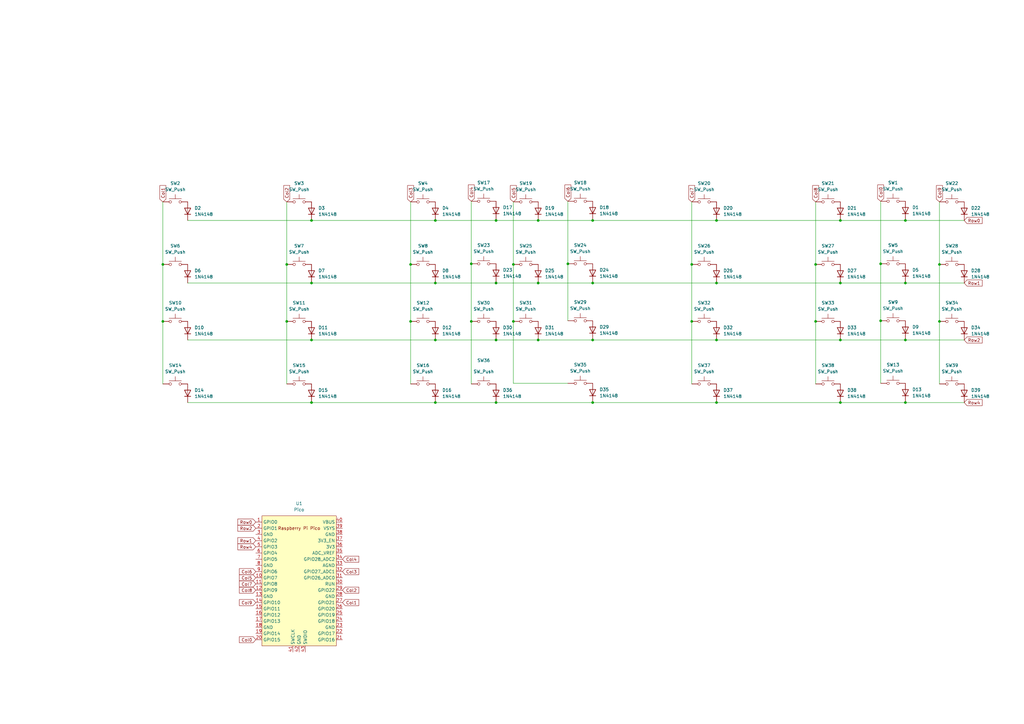
<source format=kicad_sch>
(kicad_sch (version 20211123) (generator eeschema)
  (paper "A3")
  (lib_symbols
    (symbol "Diode:1N4148" (pin_numbers hide) (pin_names hide)
      (property "Reference" "D" (at 0 2.54 0))
      (property "Value" "1N4148" (at 0 -2.54 0))
      (symbol "1N4148_0_1"
        (polyline (pts (xy -1.27 1.27) (xy -1.27 -1.27)) (stroke (width 0.254)))
        (polyline (pts (xy 1.27 0) (xy -1.27 0)))
        (polyline (pts (xy 1.27 1.27) (xy 1.27 -1.27) (xy -1.27 0) (xy 1.27 1.27)) (stroke (width 0.254)))
      )
      (symbol "1N4148_1_1"
        (pin passive line (at -3.81 0 0) (length 2.54) (name "K") (number "1"))
        (pin passive line (at 3.81 0 180) (length 2.54) (name "A") (number "2"))
      )
    )
    (symbol "Rpi:Pico"
      (property "Reference" "U" (at -13.97 27.94 0))
      (property "Value" "Pico" (at 0 19.05 0))
      (symbol "Pico_0_0"
        (text "Raspberry Pi Pico" (at 0 21.59 0) (effects (font (size 1.27 1.27))))
      )
      (symbol "Pico_0_1"
        (rectangle (start -15.24 26.67) (end 15.24 -26.67) (fill (type background)))
      )
      (symbol "Pico_1_1"
        (pin bidirectional line (at -17.78 24.13 0) (length 2.54) (name "GPIO0") (number "1"))
        (pin bidirectional line (at -17.78 1.27 0) (length 2.54) (name "GPIO7") (number "10"))
        (pin bidirectional line (at -17.78 -1.27 0) (length 2.54) (name "GPIO8") (number "11"))
        (pin bidirectional line (at -17.78 -3.81 0) (length 2.54) (name "GPIO9") (number "12"))
        (pin power_in line (at -17.78 -6.35 0) (length 2.54) (name "GND") (number "13"))
        (pin bidirectional line (at -17.78 -8.89 0) (length 2.54) (name "GPIO10") (number "14"))
        (pin bidirectional line (at -17.78 -11.43 0) (length 2.54) (name "GPIO11") (number "15"))
        (pin bidirectional line (at -17.78 -13.97 0) (length 2.54) (name "GPIO12") (number "16"))
        (pin bidirectional line (at -17.78 -16.51 0) (length 2.54) (name "GPIO13") (number "17"))
        (pin power_in line (at -17.78 -19.05 0) (length 2.54) (name "GND") (number "18"))
        (pin bidirectional line (at -17.78 -21.59 0) (length 2.54) (name "GPIO14") (number "19"))
        (pin bidirectional line (at -17.78 21.59 0) (length 2.54) (name "GPIO1") (number "2"))
        (pin bidirectional line (at -17.78 -24.13 0) (length 2.54) (name "GPIO15") (number "20"))
        (pin bidirectional line (at 17.78 -24.13 180) (length 2.54) (name "GPIO16") (number "21"))
        (pin bidirectional line (at 17.78 -21.59 180) (length 2.54) (name "GPIO17") (number "22"))
        (pin power_in line (at 17.78 -19.05 180) (length 2.54) (name "GND") (number "23"))
        (pin bidirectional line (at 17.78 -16.51 180) (length 2.54) (name "GPIO18") (number "24"))
        (pin bidirectional line (at 17.78 -13.97 180) (length 2.54) (name "GPIO19") (number "25"))
        (pin bidirectional line (at 17.78 -11.43 180) (length 2.54) (name "GPIO20") (number "26"))
        (pin bidirectional line (at 17.78 -8.89 180) (length 2.54) (name "GPIO21") (number "27"))
        (pin power_in line (at 17.78 -6.35 180) (length 2.54) (name "GND") (number "28"))
        (pin bidirectional line (at 17.78 -3.81 180) (length 2.54) (name "GPIO22") (number "29"))
        (pin power_in line (at -17.78 19.05 0) (length 2.54) (name "GND") (number "3"))
        (pin input line (at 17.78 -1.27 180) (length 2.54) (name "RUN") (number "30"))
        (pin bidirectional line (at 17.78 1.27 180) (length 2.54) (name "GPIO26_ADC0") (number "31"))
        (pin bidirectional line (at 17.78 3.81 180) (length 2.54) (name "GPIO27_ADC1") (number "32"))
        (pin power_in line (at 17.78 6.35 180) (length 2.54) (name "AGND") (number "33"))
        (pin bidirectional line (at 17.78 8.89 180) (length 2.54) (name "GPIO28_ADC2") (number "34"))
        (pin power_in line (at 17.78 11.43 180) (length 2.54) (name "ADC_VREF") (number "35"))
        (pin power_in line (at 17.78 13.97 180) (length 2.54) (name "3V3") (number "36"))
        (pin input line (at 17.78 16.51 180) (length 2.54) (name "3V3_EN") (number "37"))
        (pin bidirectional line (at 17.78 19.05 180) (length 2.54) (name "GND") (number "38"))
        (pin power_in line (at 17.78 21.59 180) (length 2.54) (name "VSYS") (number "39"))
        (pin bidirectional line (at -17.78 16.51 0) (length 2.54) (name "GPIO2") (number "4"))
        (pin power_in line (at 17.78 24.13 180) (length 2.54) (name "VBUS") (number "40"))
        (pin input line (at -2.54 -29.21 90) (length 2.54) (name "SWCLK") (number "41"))
        (pin power_in line (at 0 -29.21 90) (length 2.54) (name "GND") (number "42"))
        (pin bidirectional line (at 2.54 -29.21 90) (length 2.54) (name "SWDIO") (number "43"))
        (pin bidirectional line (at -17.78 13.97 0) (length 2.54) (name "GPIO3") (number "5"))
        (pin bidirectional line (at -17.78 11.43 0) (length 2.54) (name "GPIO4") (number "6"))
        (pin bidirectional line (at -17.78 8.89 0) (length 2.54) (name "GPIO5") (number "7"))
        (pin power_in line (at -17.78 6.35 0) (length 2.54) (name "GND") (number "8"))
        (pin bidirectional line (at -17.78 3.81 0) (length 2.54) (name "GPIO6") (number "9"))
      )
    )
    (symbol "Switch:SW_Push" (pin_numbers hide) (pin_names (offset 1.016) hide)
      (property "Reference" "SW" (at 1.27 2.54 0))
      (property "Value" "SW_Push" (at 0 -1.524 0))
      (symbol "SW_Push_0_1"
        (circle (center -2.032 0) (radius 0.508))
        (polyline (pts (xy 0 1.27) (xy 0 3.048)))
        (polyline (pts (xy 2.54 1.27) (xy -2.54 1.27)))
        (circle (center 2.032 0) (radius 0.508))
        (pin passive line (at -5.08 0 0) (length 2.54) (name "1") (number "1"))
        (pin passive line (at 5.08 0 180) (length 2.54) (name "2") (number "2"))
      )
    )
  )
  (junction (at 210.566 131.826))
  (junction (at 168.402 108.458))
  (junction (at 334.518 108.458))
  (junction (at 127.762 90.424))
  (junction (at 203.454 165.1))
  (junction (at 117.602 131.826))
  (junction (at 243.078 165.1))
  (junction (at 293.878 139.446))
  (junction (at 293.878 116.078))
  (junction (at 168.402 131.826))
  (junction (at 193.294 108.204))
  (junction (at 371.348 165.1))
  (junction (at 66.802 108.458))
  (junction (at 117.602 108.458))
  (junction (at 385.318 108.458))
  (junction (at 127.762 116.078))
  (junction (at 371.348 116.078))
  (junction (at 203.454 90.424))
  (junction (at 127.762 139.446))
  (junction (at 243.078 90.424))
  (junction (at 66.802 131.826))
  (junction (at 293.878 165.1))
  (junction (at 371.348 139.446))
  (junction (at 220.726 139.446))
  (junction (at 293.878 90.424))
  (junction (at 361.188 131.572))
  (junction (at 127.762 165.1))
  (junction (at 210.566 108.458))
  (junction (at 232.918 108.204))
  (junction (at 371.348 90.424))
  (junction (at 243.078 116.078))
  (junction (at 203.454 116.078))
  (junction (at 178.562 90.424))
  (junction (at 178.562 116.078))
  (junction (at 220.726 90.424))
  (junction (at 385.318 131.826))
  (junction (at 344.678 139.446))
  (junction (at 344.678 165.1))
  (junction (at 283.718 108.458))
  (junction (at 178.562 165.1))
  (junction (at 178.562 139.446))
  (junction (at 193.294 131.826))
  (junction (at 203.454 139.446))
  (junction (at 334.518 131.826))
  (junction (at 283.718 131.826))
  (junction (at 344.678 116.078))
  (junction (at 243.078 139.446))
  (junction (at 361.188 108.204))
  (junction (at 220.726 116.078))
  (junction (at 344.678 90.424))
  (wire (pts (xy 283.718 108.458) (xy 283.718 131.826)))
  (wire (pts (xy 385.318 82.804) (xy 385.318 108.458)))
  (wire (pts (xy 293.878 116.078) (xy 344.678 116.078)))
  (wire (pts (xy 117.602 108.458) (xy 117.602 131.826)))
  (wire (pts (xy 127.762 165.1) (xy 178.562 165.1)))
  (wire (pts (xy 178.562 116.078) (xy 203.454 116.078)))
  (wire (pts (xy 344.678 165.1) (xy 371.348 165.1)))
  (wire (pts (xy 117.602 131.826) (xy 117.602 157.48)))
  (wire (pts (xy 293.878 165.1) (xy 344.678 165.1)))
  (wire (pts (xy 243.078 116.078) (xy 293.878 116.078)))
  (wire (pts (xy 361.188 82.55) (xy 361.188 108.204)))
  (wire (pts (xy 168.402 131.826) (xy 168.402 157.48)))
  (wire (pts (xy 232.918 108.204) (xy 232.918 131.572)))
  (wire (pts (xy 203.454 90.17) (xy 203.454 90.424)))
  (wire (pts (xy 371.348 90.17) (xy 371.348 90.424)))
  (wire (pts (xy 76.962 165.1) (xy 127.762 165.1)))
  (wire (pts (xy 193.294 131.826) (xy 193.294 157.48)))
  (wire (pts (xy 66.802 108.458) (xy 66.802 131.826)))
  (wire (pts (xy 178.562 90.424) (xy 203.454 90.424)))
  (wire (pts (xy 371.348 165.1) (xy 395.478 165.1)))
  (wire (pts (xy 220.726 116.078) (xy 243.078 116.078)))
  (wire (pts (xy 243.078 165.1) (xy 293.878 165.1)))
  (wire (pts (xy 344.678 116.078) (xy 371.348 116.078)))
  (wire (pts (xy 127.762 90.424) (xy 178.562 90.424)))
  (wire (pts (xy 168.402 82.804) (xy 168.402 108.458)))
  (wire (pts (xy 293.878 90.424) (xy 344.678 90.424)))
  (wire (pts (xy 178.562 165.1) (xy 203.454 165.1)))
  (wire (pts (xy 127.762 139.446) (xy 178.562 139.446)))
  (wire (pts (xy 127.762 116.078) (xy 178.562 116.078)))
  (wire (pts (xy 344.678 139.446) (xy 371.348 139.446)))
  (wire (pts (xy 361.188 108.204) (xy 361.188 131.572)))
  (wire (pts (xy 371.348 164.846) (xy 371.348 165.1)))
  (wire (pts (xy 334.518 108.458) (xy 334.518 131.826)))
  (wire (pts (xy 371.348 139.446) (xy 395.478 139.446)))
  (wire (pts (xy 371.348 116.078) (xy 395.478 116.078)))
  (wire (pts (xy 334.518 131.826) (xy 334.518 157.48)))
  (wire (pts (xy 385.318 108.458) (xy 385.318 131.826)))
  (wire (pts (xy 283.718 82.804) (xy 283.718 108.458)))
  (wire (pts (xy 117.602 82.804) (xy 117.602 108.458)))
  (wire (pts (xy 76.962 90.424) (xy 127.762 90.424)))
  (wire (pts (xy 210.566 157.226) (xy 210.566 131.826)))
  (wire (pts (xy 232.918 157.226) (xy 210.566 157.226)))
  (wire (pts (xy 243.078 139.192) (xy 243.078 139.446)))
  (wire (pts (xy 203.454 139.446) (xy 220.726 139.446)))
  (wire (pts (xy 220.726 90.424) (xy 243.078 90.424)))
  (wire (pts (xy 243.078 90.424) (xy 293.878 90.424)))
  (wire (pts (xy 243.078 164.846) (xy 243.078 165.1)))
  (wire (pts (xy 193.294 82.55) (xy 193.294 108.204)))
  (wire (pts (xy 371.348 90.424) (xy 395.478 90.424)))
  (wire (pts (xy 371.348 115.824) (xy 371.348 116.078)))
  (wire (pts (xy 203.454 116.078) (xy 220.726 116.078)))
  (wire (pts (xy 193.294 108.204) (xy 193.294 131.826)))
  (wire (pts (xy 334.518 82.804) (xy 334.518 108.458)))
  (wire (pts (xy 66.802 82.804) (xy 66.802 108.458)))
  (wire (pts (xy 210.566 108.458) (xy 210.566 131.826)))
  (wire (pts (xy 293.878 139.446) (xy 344.678 139.446)))
  (wire (pts (xy 283.718 131.826) (xy 283.718 157.48)))
  (wire (pts (xy 371.348 139.192) (xy 371.348 139.446)))
  (wire (pts (xy 168.402 108.458) (xy 168.402 131.826)))
  (wire (pts (xy 232.918 82.55) (xy 232.918 108.204)))
  (wire (pts (xy 203.454 90.424) (xy 220.726 90.424)))
  (wire (pts (xy 66.802 131.826) (xy 66.802 157.48)))
  (wire (pts (xy 76.962 139.446) (xy 127.762 139.446)))
  (wire (pts (xy 344.678 90.424) (xy 371.348 90.424)))
  (wire (pts (xy 210.566 82.804) (xy 210.566 108.458)))
  (wire (pts (xy 243.078 139.446) (xy 293.878 139.446)))
  (wire (pts (xy 76.962 116.078) (xy 127.762 116.078)))
  (wire (pts (xy 243.078 90.17) (xy 243.078 90.424)))
  (wire (pts (xy 243.078 115.824) (xy 243.078 116.078)))
  (wire (pts (xy 203.454 115.824) (xy 203.454 116.078)))
  (wire (pts (xy 203.454 165.1) (xy 243.078 165.1)))
  (wire (pts (xy 385.318 131.826) (xy 385.318 157.48)))
  (wire (pts (xy 178.562 139.446) (xy 203.454 139.446)))
  (wire (pts (xy 361.188 131.572) (xy 361.188 157.226)))
  (wire (pts (xy 220.726 139.446) (xy 243.078 139.446)))
  (global_label "Col6" (shape input) (at 232.918 82.55 90) (property "Intersheet References" "${INTERSHEET_REFS}" (effects hide)))
  (global_label "Col5" (shape input) (at 104.902 236.982 180) (property "Intersheet References" "${INTERSHEET_REFS}" (effects hide)))
  (global_label "Row1" (shape input) (at 104.902 221.742 180) (property "Intersheet References" "${INTERSHEET_REFS}" (effects hide)))
  (global_label "Row2" (shape input) (at 104.902 216.662 180) (property "Intersheet References" "${INTERSHEET_REFS}" (effects hide)))
  (global_label "Col0" (shape input) (at 104.902 262.382 180) (property "Intersheet References" "${INTERSHEET_REFS}" (effects hide)))
  (global_label "Col7" (shape input) (at 104.902 239.522 180) (property "Intersheet References" "${INTERSHEET_REFS}" (effects hide)))
  (global_label "Col8" (shape input) (at 334.518 82.804 90) (property "Intersheet References" "${INTERSHEET_REFS}" (effects hide)))
  (global_label "Col2" (shape input) (at 140.462 242.062 0) (property "Intersheet References" "${INTERSHEET_REFS}" (effects hide)))
  (global_label "Row4" (shape input) (at 104.902 224.282 180) (property "Intersheet References" "${INTERSHEET_REFS}" (effects hide)))
  (global_label "Col6" (shape input) (at 104.902 234.442 180) (property "Intersheet References" "${INTERSHEET_REFS}" (effects hide)))
  (global_label "Row2" (shape input) (at 395.478 139.446 0) (property "Intersheet References" "${INTERSHEET_REFS}" (effects hide)))
  (global_label "Row0" (shape input) (at 104.902 214.122 180) (property "Intersheet References" "${INTERSHEET_REFS}" (effects hide)))
  (global_label "Col1" (shape input) (at 140.462 247.142 0) (property "Intersheet References" "${INTERSHEET_REFS}" (effects hide)))
  (global_label "Col3" (shape input) (at 140.462 234.442 0) (property "Intersheet References" "${INTERSHEET_REFS}" (effects hide)))
  (global_label "Col3" (shape input) (at 168.402 82.804 90) (property "Intersheet References" "${INTERSHEET_REFS}" (effects hide)))
  (global_label "Row1" (shape input) (at 395.478 116.078 0) (property "Intersheet References" "${INTERSHEET_REFS}" (effects hide)))
  (global_label "Row4" (shape input) (at 395.478 165.1 0) (property "Intersheet References" "${INTERSHEET_REFS}" (effects hide)))
  (global_label "Col7" (shape input) (at 283.718 82.804 90) (property "Intersheet References" "${INTERSHEET_REFS}" (effects hide)))
  (global_label "Col9" (shape input) (at 385.318 82.804 90) (property "Intersheet References" "${INTERSHEET_REFS}" (effects hide)))
  (global_label "Col1" (shape input) (at 66.802 82.804 90) (property "Intersheet References" "${INTERSHEET_REFS}" (effects hide)))
  (global_label "Row0" (shape input) (at 395.478 90.424 0) (property "Intersheet References" "${INTERSHEET_REFS}" (effects hide)))
  (global_label "Col2" (shape input) (at 117.602 82.804 90) (property "Intersheet References" "${INTERSHEET_REFS}" (effects hide)))
  (global_label "Col4" (shape input) (at 193.294 82.55 90) (property "Intersheet References" "${INTERSHEET_REFS}" (effects hide)))
  (global_label "Col4" (shape input) (at 140.462 229.362 0) (property "Intersheet References" "${INTERSHEET_REFS}" (effects hide)))
  (global_label "Col5" (shape input) (at 210.566 82.804 90) (property "Intersheet References" "${INTERSHEET_REFS}" (effects hide)))
  (global_label "Col0" (shape input) (at 361.188 82.55 90) (property "Intersheet References" "${INTERSHEET_REFS}" (effects hide)))
  (global_label "Col8" (shape input) (at 104.902 242.062 180) (property "Intersheet References" "${INTERSHEET_REFS}" (effects hide)))
  (global_label "Col9" (shape input) (at 104.902 247.142 180) (property "Intersheet References" "${INTERSHEET_REFS}" (effects hide)))
  (symbol (lib_id "Switch:SW_Push") (at 198.374 108.204 0) (unit 1)
    (property "Reference" "SW23" (at 198.374 100.584 0))
    (property "Value" "SW_Push" (at 198.374 103.124 0))
    (property "Footprint" "switchy:SW_Cherry_MX_1.00u_PCB" (effects hide))
  )
  (symbol (lib_id "Switch:SW_Push") (at 339.598 82.804 0) (unit 1)
    (property "Reference" "SW21" (at 339.598 75.184 0))
    (property "Value" "SW_Push" (at 339.598 77.724 0))
    (property "Footprint" "switchy:SW_Cherry_MX_1.00u_PCB" (effects hide))
  )
  (symbol (lib_id "Diode:1N4148") (at 371.348 86.36 90) (unit 1)
    (property "Reference" "D1" (at 374.142 85.0899 90) (effects (justify right)))
    (property "Value" "1N4148" (at 374.142 87.6299 90) (effects (justify right)))
    (property "Footprint" "eec:Diotec_Semiconductor-1N4148-0" (effects hide))
    (property "Datasheet" "https://assets.nexperia.com/documents/data-sheet/1N4148_1N4448.pdf" (effects hide))
  )
  (symbol (lib_id "Diode:1N4148") (at 178.562 112.268 90) (unit 1)
    (property "Reference" "D8" (at 181.356 110.9979 90) (effects (justify right)))
    (property "Value" "1N4148" (at 181.356 113.5379 90) (effects (justify right)))
    (property "Footprint" "eec:Diotec_Semiconductor-1N4148-0" (effects hide))
    (property "Datasheet" "https://assets.nexperia.com/documents/data-sheet/1N4148_1N4448.pdf" (effects hide))
  )
  (symbol (lib_id "Rpi:Pico") (at 122.682 238.252 0) (unit 1)
    (property "Reference" "U1" (at 122.682 206.502 0))
    (property "Value" "Pico" (at 122.682 209.042 0))
    (property "Footprint" "MCU_RaspberryPi_and_Boards:RPi_Pico_SMD_TH" (effects hide))
  )
  (symbol (lib_id "Diode:1N4148") (at 203.454 112.014 90) (unit 1)
    (property "Reference" "D23" (at 206.248 110.7439 90) (effects (justify right)))
    (property "Value" "1N4148" (at 206.248 113.2839 90) (effects (justify right)))
    (property "Footprint" "eec:Diotec_Semiconductor-1N4148-0" (effects hide))
    (property "Datasheet" "https://assets.nexperia.com/documents/data-sheet/1N4148_1N4448.pdf" (effects hide))
  )
  (symbol (lib_id "Switch:SW_Push") (at 366.268 82.55 0) (unit 1)
    (property "Reference" "SW1" (at 366.268 74.93 0))
    (property "Value" "SW_Push" (at 366.268 77.47 0))
    (property "Footprint" "switchy:SW_Cherry_MX_1.00u_PCB" (effects hide))
  )
  (symbol (lib_id "Diode:1N4148") (at 344.678 161.29 90) (unit 1)
    (property "Reference" "D38" (at 347.472 160.0199 90) (effects (justify right)))
    (property "Value" "1N4148" (at 347.472 162.5599 90) (effects (justify right)))
    (property "Footprint" "eec:Diotec_Semiconductor-1N4148-0" (effects hide))
    (property "Datasheet" "https://assets.nexperia.com/documents/data-sheet/1N4148_1N4448.pdf" (effects hide))
  )
  (symbol (lib_id "Switch:SW_Push") (at 215.646 82.804 0) (unit 1)
    (property "Reference" "SW19" (at 215.646 75.184 0))
    (property "Value" "SW_Push" (at 215.646 77.724 0))
    (property "Footprint" "switchy:SW_Cherry_MX_1.00u_PCB" (effects hide))
  )
  (symbol (lib_id "Switch:SW_Push") (at 71.882 82.804 0) (unit 1)
    (property "Reference" "SW2" (at 71.882 75.184 0))
    (property "Value" "SW_Push" (at 71.882 77.724 0))
    (property "Footprint" "switchy:SW_Cherry_MX_1.00u_PCB" (effects hide))
  )
  (symbol (lib_id "Switch:SW_Push") (at 237.998 131.572 0) (unit 1)
    (property "Reference" "SW29" (at 237.998 123.952 0))
    (property "Value" "SW_Push" (at 237.998 126.492 0))
    (property "Footprint" "switchy:SW_Cherry_MX_1.00u_PCB" (effects hide))
  )
  (symbol (lib_id "Diode:1N4148") (at 76.962 135.636 90) (unit 1)
    (property "Reference" "D10" (at 79.756 134.3659 90) (effects (justify right)))
    (property "Value" "1N4148" (at 79.756 136.9059 90) (effects (justify right)))
    (property "Footprint" "eec:Diotec_Semiconductor-1N4148-0" (effects hide))
    (property "Datasheet" "https://assets.nexperia.com/documents/data-sheet/1N4148_1N4448.pdf" (effects hide))
  )
  (symbol (lib_id "Switch:SW_Push") (at 237.998 82.55 0) (unit 1)
    (property "Reference" "SW18" (at 237.998 74.93 0))
    (property "Value" "SW_Push" (at 237.998 77.47 0))
    (property "Footprint" "switchy:SW_Cherry_MX_1.00u_PCB" (effects hide))
  )
  (symbol (lib_id "Diode:1N4148") (at 127.762 86.614 90) (unit 1)
    (property "Reference" "D3" (at 130.556 85.3439 90) (effects (justify right)))
    (property "Value" "1N4148" (at 130.556 87.8839 90) (effects (justify right)))
    (property "Footprint" "eec:Diotec_Semiconductor-1N4148-0" (effects hide))
    (property "Datasheet" "https://assets.nexperia.com/documents/data-sheet/1N4148_1N4448.pdf" (effects hide))
  )
  (symbol (lib_id "Diode:1N4148") (at 395.478 86.614 90) (unit 1)
    (property "Reference" "D22" (at 398.272 85.3439 90) (effects (justify right)))
    (property "Value" "1N4148" (at 398.272 87.8839 90) (effects (justify right)))
    (property "Footprint" "eec:Diotec_Semiconductor-1N4148-0" (effects hide))
    (property "Datasheet" "https://assets.nexperia.com/documents/data-sheet/1N4148_1N4448.pdf" (effects hide))
  )
  (symbol (lib_id "Diode:1N4148") (at 178.562 161.29 90) (unit 1)
    (property "Reference" "D16" (at 181.356 160.0199 90) (effects (justify right)))
    (property "Value" "1N4148" (at 181.356 162.5599 90) (effects (justify right)))
    (property "Footprint" "eec:Diotec_Semiconductor-1N4148-0" (effects hide))
    (property "Datasheet" "https://assets.nexperia.com/documents/data-sheet/1N4148_1N4448.pdf" (effects hide))
  )
  (symbol (lib_id "Diode:1N4148") (at 203.454 86.36 90) (unit 1)
    (property "Reference" "D17" (at 206.248 85.0899 90) (effects (justify right)))
    (property "Value" "1N4148" (at 206.248 87.6299 90) (effects (justify right)))
    (property "Footprint" "eec:Diotec_Semiconductor-1N4148-0" (effects hide))
    (property "Datasheet" "https://assets.nexperia.com/documents/data-sheet/1N4148_1N4448.pdf" (effects hide))
  )
  (symbol (lib_id "Diode:1N4148") (at 127.762 161.29 90) (unit 1)
    (property "Reference" "D15" (at 130.556 160.0199 90) (effects (justify right)))
    (property "Value" "1N4148" (at 130.556 162.5599 90) (effects (justify right)))
    (property "Footprint" "eec:Diotec_Semiconductor-1N4148-0" (effects hide))
    (property "Datasheet" "https://assets.nexperia.com/documents/data-sheet/1N4148_1N4448.pdf" (effects hide))
  )
  (symbol (lib_id "Diode:1N4148") (at 293.878 86.614 90) (unit 1)
    (property "Reference" "D20" (at 296.672 85.3439 90) (effects (justify right)))
    (property "Value" "1N4148" (at 296.672 87.8839 90) (effects (justify right)))
    (property "Footprint" "eec:Diotec_Semiconductor-1N4148-0" (effects hide))
    (property "Datasheet" "https://assets.nexperia.com/documents/data-sheet/1N4148_1N4448.pdf" (effects hide))
  )
  (symbol (lib_id "Diode:1N4148") (at 344.678 86.614 90) (unit 1)
    (property "Reference" "D21" (at 347.472 85.3439 90) (effects (justify right)))
    (property "Value" "1N4148" (at 347.472 87.8839 90) (effects (justify right)))
    (property "Footprint" "eec:Diotec_Semiconductor-1N4148-0" (effects hide))
    (property "Datasheet" "https://assets.nexperia.com/documents/data-sheet/1N4148_1N4448.pdf" (effects hide))
  )
  (symbol (lib_id "Switch:SW_Push") (at 390.398 108.458 0) (unit 1)
    (property "Reference" "SW28" (at 390.398 100.838 0))
    (property "Value" "SW_Push" (at 390.398 103.378 0))
    (property "Footprint" "switchy:SW_Cherry_MX_1.00u_PCB" (effects hide))
  )
  (symbol (lib_id "Diode:1N4148") (at 243.078 135.382 90) (unit 1)
    (property "Reference" "D29" (at 245.872 134.1119 90) (effects (justify right)))
    (property "Value" "1N4148" (at 245.872 136.6519 90) (effects (justify right)))
    (property "Footprint" "eec:Diotec_Semiconductor-1N4148-0" (effects hide))
    (property "Datasheet" "https://assets.nexperia.com/documents/data-sheet/1N4148_1N4448.pdf" (effects hide))
  )
  (symbol (lib_id "Diode:1N4148") (at 293.878 135.636 90) (unit 1)
    (property "Reference" "D32" (at 296.672 134.3659 90) (effects (justify right)))
    (property "Value" "1N4148" (at 296.672 136.9059 90) (effects (justify right)))
    (property "Footprint" "eec:Diotec_Semiconductor-1N4148-0" (effects hide))
    (property "Datasheet" "https://assets.nexperia.com/documents/data-sheet/1N4148_1N4448.pdf" (effects hide))
  )
  (symbol (lib_id "Switch:SW_Push") (at 237.998 108.204 0) (unit 1)
    (property "Reference" "SW24" (at 237.998 100.584 0))
    (property "Value" "SW_Push" (at 237.998 103.124 0))
    (property "Footprint" "switchy:SW_Cherry_MX_1.00u_PCB" (effects hide))
  )
  (symbol (lib_id "Switch:SW_Push") (at 173.482 131.826 0) (unit 1)
    (property "Reference" "SW12" (at 173.482 124.206 0))
    (property "Value" "SW_Push" (at 173.482 126.746 0))
    (property "Footprint" "switchy:SW_Cherry_MX_1.00u_PCB" (effects hide))
  )
  (symbol (lib_id "Switch:SW_Push") (at 390.398 157.48 0) (unit 1)
    (property "Reference" "SW39" (at 390.398 149.86 0))
    (property "Value" "SW_Push" (at 390.398 152.4 0))
    (property "Footprint" "switchy:SW_Cherry_MX_1.00u_PCB" (effects hide))
  )
  (symbol (lib_id "Switch:SW_Push") (at 173.482 157.48 0) (unit 1)
    (property "Reference" "SW16" (at 173.482 149.86 0))
    (property "Value" "SW_Push" (at 173.482 152.4 0))
    (property "Footprint" "switchy:SW_Cherry_MX_1.00u_PCB" (effects hide))
  )
  (symbol (lib_id "Diode:1N4148") (at 293.878 112.268 90) (unit 1)
    (property "Reference" "D26" (at 296.672 110.9979 90) (effects (justify right)))
    (property "Value" "1N4148" (at 296.672 113.5379 90) (effects (justify right)))
    (property "Footprint" "eec:Diotec_Semiconductor-1N4148-0" (effects hide))
    (property "Datasheet" "https://assets.nexperia.com/documents/data-sheet/1N4148_1N4448.pdf" (effects hide))
  )
  (symbol (lib_id "Diode:1N4148") (at 76.962 86.614 90) (unit 1)
    (property "Reference" "D2" (at 79.756 85.3439 90) (effects (justify right)))
    (property "Value" "1N4148" (at 79.756 87.8839 90) (effects (justify right)))
    (property "Footprint" "eec:Diotec_Semiconductor-1N4148-0" (effects hide))
    (property "Datasheet" "https://assets.nexperia.com/documents/data-sheet/1N4148_1N4448.pdf" (effects hide))
  )
  (symbol (lib_id "Switch:SW_Push") (at 71.882 157.48 0) (unit 1)
    (property "Reference" "SW14" (at 71.882 149.86 0))
    (property "Value" "SW_Push" (at 71.882 152.4 0))
    (property "Footprint" "switchy:SW_Cherry_MX_1.00u_PCB" (effects hide))
  )
  (symbol (lib_id "Diode:1N4148") (at 203.454 135.636 90) (unit 1)
    (property "Reference" "D30" (at 206.248 134.3659 90) (effects (justify right)))
    (property "Value" "1N4148" (at 206.248 136.9059 90) (effects (justify right)))
    (property "Footprint" "eec:Diotec_Semiconductor-1N4148-0" (effects hide))
    (property "Datasheet" "https://assets.nexperia.com/documents/data-sheet/1N4148_1N4448.pdf" (effects hide))
  )
  (symbol (lib_id "Diode:1N4148") (at 178.562 86.614 90) (unit 1)
    (property "Reference" "D4" (at 181.356 85.3439 90) (effects (justify right)))
    (property "Value" "1N4148" (at 181.356 87.8839 90) (effects (justify right)))
    (property "Footprint" "eec:Diotec_Semiconductor-1N4148-0" (effects hide))
    (property "Datasheet" "https://assets.nexperia.com/documents/data-sheet/1N4148_1N4448.pdf" (effects hide))
  )
  (symbol (lib_id "Switch:SW_Push") (at 288.798 131.826 0) (unit 1)
    (property "Reference" "SW32" (at 288.798 124.206 0))
    (property "Value" "SW_Push" (at 288.798 126.746 0))
    (property "Footprint" "switchy:SW_Cherry_MX_1.00u_PCB" (effects hide))
  )
  (symbol (lib_id "Switch:SW_Push") (at 198.374 131.826 0) (unit 1)
    (property "Reference" "SW30" (at 198.374 124.206 0))
    (property "Value" "SW_Push" (at 198.374 126.746 0))
    (property "Footprint" "switchy:SW_Cherry_MX_1.00u_PCB" (effects hide))
  )
  (symbol (lib_id "Switch:SW_Push") (at 339.598 157.48 0) (unit 1)
    (property "Reference" "SW38" (at 339.598 149.86 0))
    (property "Value" "SW_Push" (at 339.598 152.4 0))
    (property "Footprint" "switchy:SW_Cherry_MX_1.00u_PCB" (effects hide))
  )
  (symbol (lib_id "Diode:1N4148") (at 371.348 112.014 90) (unit 1)
    (property "Reference" "D5" (at 374.142 110.7439 90) (effects (justify right)))
    (property "Value" "1N4148" (at 374.142 113.2839 90) (effects (justify right)))
    (property "Footprint" "eec:Diotec_Semiconductor-1N4148-0" (effects hide))
    (property "Datasheet" "https://assets.nexperia.com/documents/data-sheet/1N4148_1N4448.pdf" (effects hide))
  )
  (symbol (lib_id "Switch:SW_Push") (at 288.798 82.804 0) (unit 1)
    (property "Reference" "SW20" (at 288.798 75.184 0))
    (property "Value" "SW_Push" (at 288.798 77.724 0))
    (property "Footprint" "switchy:SW_Cherry_MX_1.00u_PCB" (effects hide))
  )
  (symbol (lib_id "Diode:1N4148") (at 395.478 135.636 90) (unit 1)
    (property "Reference" "D34" (at 398.272 134.3659 90) (effects (justify right)))
    (property "Value" "1N4148" (at 398.272 136.9059 90) (effects (justify right)))
    (property "Footprint" "eec:Diotec_Semiconductor-1N4148-0" (effects hide))
    (property "Datasheet" "https://assets.nexperia.com/documents/data-sheet/1N4148_1N4448.pdf" (effects hide))
  )
  (symbol (lib_id "Switch:SW_Push") (at 198.374 82.55 0) (unit 1)
    (property "Reference" "SW17" (at 198.374 74.93 0))
    (property "Value" "SW_Push" (at 198.374 77.47 0))
    (property "Footprint" "switchy:SW_Cherry_MX_1.00u_PCB" (effects hide))
  )
  (symbol (lib_id "Diode:1N4148") (at 293.878 161.29 90) (unit 1)
    (property "Reference" "D37" (at 296.672 160.0199 90) (effects (justify right)))
    (property "Value" "1N4148" (at 296.672 162.5599 90) (effects (justify right)))
    (property "Footprint" "eec:Diotec_Semiconductor-1N4148-0" (effects hide))
    (property "Datasheet" "https://assets.nexperia.com/documents/data-sheet/1N4148_1N4448.pdf" (effects hide))
  )
  (symbol (lib_id "Diode:1N4148") (at 344.678 135.636 90) (unit 1)
    (property "Reference" "D33" (at 347.472 134.3659 90) (effects (justify right)))
    (property "Value" "1N4148" (at 347.472 136.9059 90) (effects (justify right)))
    (property "Footprint" "eec:Diotec_Semiconductor-1N4148-0" (effects hide))
    (property "Datasheet" "https://assets.nexperia.com/documents/data-sheet/1N4148_1N4448.pdf" (effects hide))
  )
  (symbol (lib_id "Diode:1N4148") (at 178.562 135.636 90) (unit 1)
    (property "Reference" "D12" (at 181.356 134.3659 90) (effects (justify right)))
    (property "Value" "1N4148" (at 181.356 136.9059 90) (effects (justify right)))
    (property "Footprint" "eec:Diotec_Semiconductor-1N4148-0" (effects hide))
    (property "Datasheet" "https://assets.nexperia.com/documents/data-sheet/1N4148_1N4448.pdf" (effects hide))
  )
  (symbol (lib_id "Switch:SW_Push") (at 366.268 108.204 0) (unit 1)
    (property "Reference" "SW5" (at 366.268 100.584 0))
    (property "Value" "SW_Push" (at 366.268 103.124 0))
    (property "Footprint" "switchy:SW_Cherry_MX_1.00u_PCB" (effects hide))
  )
  (symbol (lib_id "Switch:SW_Push") (at 237.998 157.226 0) (unit 1)
    (property "Reference" "SW35" (at 237.998 149.606 0))
    (property "Value" "SW_Push" (at 237.998 152.146 0))
    (property "Footprint" "switchy:SW_Cherry_MX_2.00u_Plate" (effects hide))
  )
  (symbol (lib_id "Diode:1N4148") (at 220.726 112.268 90) (unit 1)
    (property "Reference" "D25" (at 223.52 110.9979 90) (effects (justify right)))
    (property "Value" "1N4148" (at 223.52 113.5379 90) (effects (justify right)))
    (property "Footprint" "eec:Diotec_Semiconductor-1N4148-0" (effects hide))
    (property "Datasheet" "https://assets.nexperia.com/documents/data-sheet/1N4148_1N4448.pdf" (effects hide))
  )
  (symbol (lib_id "Switch:SW_Push") (at 122.682 157.48 0) (unit 1)
    (property "Reference" "SW15" (at 122.682 149.86 0))
    (property "Value" "SW_Push" (at 122.682 152.4 0))
    (property "Footprint" "switchy:SW_Cherry_MX_1.00u_PCB" (effects hide))
  )
  (symbol (lib_id "Diode:1N4148") (at 395.478 161.29 90) (unit 1)
    (property "Reference" "D39" (at 398.272 160.0199 90) (effects (justify right)))
    (property "Value" "1N4148" (at 398.272 162.5599 90) (effects (justify right)))
    (property "Footprint" "eec:Diotec_Semiconductor-1N4148-0" (effects hide))
    (property "Datasheet" "https://assets.nexperia.com/documents/data-sheet/1N4148_1N4448.pdf" (effects hide))
  )
  (symbol (lib_id "Diode:1N4148") (at 371.348 161.036 90) (unit 1)
    (property "Reference" "D13" (at 374.142 159.7659 90) (effects (justify right)))
    (property "Value" "1N4148" (at 374.142 162.3059 90) (effects (justify right)))
    (property "Footprint" "eec:Diotec_Semiconductor-1N4148-0" (effects hide))
    (property "Datasheet" "https://assets.nexperia.com/documents/data-sheet/1N4148_1N4448.pdf" (effects hide))
  )
  (symbol (lib_id "Switch:SW_Push") (at 339.598 108.458 0) (unit 1)
    (property "Reference" "SW27" (at 339.598 100.838 0))
    (property "Value" "SW_Push" (at 339.598 103.378 0))
    (property "Footprint" "switchy:SW_Cherry_MX_1.00u_PCB" (effects hide))
  )
  (symbol (lib_id "Diode:1N4148") (at 243.078 86.36 90) (unit 1)
    (property "Reference" "D18" (at 245.872 85.0899 90) (effects (justify right)))
    (property "Value" "1N4148" (at 245.872 87.6299 90) (effects (justify right)))
    (property "Footprint" "eec:Diotec_Semiconductor-1N4148-0" (effects hide))
    (property "Datasheet" "https://assets.nexperia.com/documents/data-sheet/1N4148_1N4448.pdf" (effects hide))
  )
  (symbol (lib_id "Diode:1N4148") (at 243.078 112.014 90) (unit 1)
    (property "Reference" "D24" (at 245.872 110.7439 90) (effects (justify right)))
    (property "Value" "1N4148" (at 245.872 113.2839 90) (effects (justify right)))
    (property "Footprint" "eec:Diotec_Semiconductor-1N4148-0" (effects hide))
    (property "Datasheet" "https://assets.nexperia.com/documents/data-sheet/1N4148_1N4448.pdf" (effects hide))
  )
  (symbol (lib_id "Switch:SW_Push") (at 173.482 108.458 0) (unit 1)
    (property "Reference" "SW8" (at 173.482 100.838 0))
    (property "Value" "SW_Push" (at 173.482 103.378 0))
    (property "Footprint" "switchy:SW_Cherry_MX_1.00u_PCB" (effects hide))
  )
  (symbol (lib_id "Switch:SW_Push") (at 198.374 157.48 0) (unit 1)
    (property "Reference" "SW36" (at 198.374 147.828 0))
    (property "Value" "SW_Push" (at 198.374 152.4 0))
    (property "Footprint" "switchy:SW_Cherry_MX_1.00u_PCB" (effects hide))
  )
  (symbol (lib_id "Switch:SW_Push") (at 390.398 82.804 0) (unit 1)
    (property "Reference" "SW22" (at 390.398 75.184 0))
    (property "Value" "SW_Push" (at 390.398 77.724 0))
    (property "Footprint" "switchy:SW_Cherry_MX_1.00u_PCB" (effects hide))
  )
  (symbol (lib_id "Diode:1N4148") (at 76.962 112.268 90) (unit 1)
    (property "Reference" "D6" (at 79.756 110.9979 90) (effects (justify right)))
    (property "Value" "1N4148" (at 79.756 113.5379 90) (effects (justify right)))
    (property "Footprint" "eec:Diotec_Semiconductor-1N4148-0" (effects hide))
    (property "Datasheet" "https://assets.nexperia.com/documents/data-sheet/1N4148_1N4448.pdf" (effects hide))
  )
  (symbol (lib_id "Switch:SW_Push") (at 390.398 131.826 0) (unit 1)
    (property "Reference" "SW34" (at 390.398 124.206 0))
    (property "Value" "SW_Push" (at 390.398 126.746 0))
    (property "Footprint" "switchy:SW_Cherry_MX_1.00u_PCB" (effects hide))
  )
  (symbol (lib_id "Diode:1N4148") (at 76.962 161.29 90) (unit 1)
    (property "Reference" "D14" (at 79.756 160.0199 90) (effects (justify right)))
    (property "Value" "1N4148" (at 79.756 162.5599 90) (effects (justify right)))
    (property "Footprint" "eec:Diotec_Semiconductor-1N4148-0" (effects hide))
    (property "Datasheet" "https://assets.nexperia.com/documents/data-sheet/1N4148_1N4448.pdf" (effects hide))
  )
  (symbol (lib_id "Switch:SW_Push") (at 71.882 131.826 0) (unit 1)
    (property "Reference" "SW10" (at 71.882 124.206 0))
    (property "Value" "SW_Push" (at 71.882 126.746 0))
    (property "Footprint" "switchy:SW_Cherry_MX_1.00u_PCB" (effects hide))
  )
  (symbol (lib_id "Diode:1N4148") (at 344.678 112.268 90) (unit 1)
    (property "Reference" "D27" (at 347.472 110.9979 90) (effects (justify right)))
    (property "Value" "1N4148" (at 347.472 113.5379 90) (effects (justify right)))
    (property "Footprint" "eec:Diotec_Semiconductor-1N4148-0" (effects hide))
    (property "Datasheet" "https://assets.nexperia.com/documents/data-sheet/1N4148_1N4448.pdf" (effects hide))
  )
  (symbol (lib_id "Switch:SW_Push") (at 71.882 108.458 0) (unit 1)
    (property "Reference" "SW6" (at 71.882 100.838 0))
    (property "Value" "SW_Push" (at 71.882 103.378 0))
    (property "Footprint" "switchy:SW_Cherry_MX_1.00u_PCB" (effects hide))
  )
  (symbol (lib_id "Switch:SW_Push") (at 215.646 131.826 0) (unit 1)
    (property "Reference" "SW31" (at 215.646 124.206 0))
    (property "Value" "SW_Push" (at 215.646 126.746 0))
    (property "Footprint" "switchy:SW_Cherry_MX_1.00u_PCB" (effects hide))
  )
  (symbol (lib_id "Switch:SW_Push") (at 366.268 131.572 0) (unit 1)
    (property "Reference" "SW9" (at 366.268 123.952 0))
    (property "Value" "SW_Push" (at 366.268 126.492 0))
    (property "Footprint" "switchy:SW_Cherry_MX_1.00u_PCB" (effects hide))
  )
  (symbol (lib_id "Switch:SW_Push") (at 366.268 157.226 0) (unit 1)
    (property "Reference" "SW13" (at 366.268 149.606 0))
    (property "Value" "SW_Push" (at 366.268 152.146 0))
    (property "Footprint" "switchy:SW_Cherry_MX_1.00u_PCB" (effects hide))
  )
  (symbol (lib_id "Switch:SW_Push") (at 122.682 108.458 0) (unit 1)
    (property "Reference" "SW7" (at 122.682 100.838 0))
    (property "Value" "SW_Push" (at 122.682 103.378 0))
    (property "Footprint" "switchy:SW_Cherry_MX_1.00u_PCB" (effects hide))
  )
  (symbol (lib_id "Diode:1N4148") (at 243.078 161.036 90) (unit 1)
    (property "Reference" "D35" (at 245.872 159.7659 90) (effects (justify right)))
    (property "Value" "1N4148" (at 245.872 162.3059 90) (effects (justify right)))
    (property "Footprint" "eec:Diotec_Semiconductor-1N4148-0" (effects hide))
    (property "Datasheet" "https://assets.nexperia.com/documents/data-sheet/1N4148_1N4448.pdf" (effects hide))
  )
  (symbol (lib_id "Diode:1N4148") (at 203.454 161.29 90) (unit 1)
    (property "Reference" "D36" (at 206.248 160.0199 90) (effects (justify right)))
    (property "Value" "1N4148" (at 206.248 162.5599 90) (effects (justify right)))
    (property "Footprint" "eec:Diotec_Semiconductor-1N4148-0" (effects hide))
    (property "Datasheet" "https://assets.nexperia.com/documents/data-sheet/1N4148_1N4448.pdf" (effects hide))
  )
  (symbol (lib_id "Diode:1N4148") (at 127.762 135.636 90) (unit 1)
    (property "Reference" "D11" (at 130.556 134.3659 90) (effects (justify right)))
    (property "Value" "1N4148" (at 130.556 136.9059 90) (effects (justify right)))
    (property "Footprint" "eec:Diotec_Semiconductor-1N4148-0" (effects hide))
    (property "Datasheet" "https://assets.nexperia.com/documents/data-sheet/1N4148_1N4448.pdf" (effects hide))
  )
  (symbol (lib_id "Diode:1N4148") (at 395.478 112.268 90) (unit 1)
    (property "Reference" "D28" (at 398.272 110.9979 90) (effects (justify right)))
    (property "Value" "1N4148" (at 398.272 113.5379 90) (effects (justify right)))
    (property "Footprint" "eec:Diotec_Semiconductor-1N4148-0" (effects hide))
    (property "Datasheet" "https://assets.nexperia.com/documents/data-sheet/1N4148_1N4448.pdf" (effects hide))
  )
  (symbol (lib_id "Diode:1N4148") (at 127.762 112.268 90) (unit 1)
    (property "Reference" "D7" (at 130.556 110.9979 90) (effects (justify right)))
    (property "Value" "1N4148" (at 130.556 113.5379 90) (effects (justify right)))
    (property "Footprint" "eec:Diotec_Semiconductor-1N4148-0" (effects hide))
    (property "Datasheet" "https://assets.nexperia.com/documents/data-sheet/1N4148_1N4448.pdf" (effects hide))
  )
  (symbol (lib_id "Switch:SW_Push") (at 173.482 82.804 0) (unit 1)
    (property "Reference" "SW4" (at 173.482 75.184 0))
    (property "Value" "SW_Push" (at 173.482 77.724 0))
    (property "Footprint" "switchy:SW_Cherry_MX_1.00u_PCB" (effects hide))
  )
  (symbol (lib_id "Switch:SW_Push") (at 288.798 108.458 0) (unit 1)
    (property "Reference" "SW26" (at 288.798 100.838 0))
    (property "Value" "SW_Push" (at 288.798 103.378 0))
    (property "Footprint" "switchy:SW_Cherry_MX_1.00u_PCB" (effects hide))
  )
  (symbol (lib_id "Switch:SW_Push") (at 288.798 157.48 0) (unit 1)
    (property "Reference" "SW37" (at 288.798 149.86 0))
    (property "Value" "SW_Push" (at 288.798 152.4 0))
    (property "Footprint" "switchy:SW_Cherry_MX_1.00u_PCB" (effects hide))
  )
  (symbol (lib_id "Diode:1N4148") (at 220.726 86.614 90) (unit 1)
    (property "Reference" "D19" (at 223.52 85.3439 90) (effects (justify right)))
    (property "Value" "1N4148" (at 223.52 87.8839 90) (effects (justify right)))
    (property "Footprint" "eec:Diotec_Semiconductor-1N4148-0" (effects hide))
    (property "Datasheet" "https://assets.nexperia.com/documents/data-sheet/1N4148_1N4448.pdf" (effects hide))
  )
  (symbol (lib_id "Switch:SW_Push") (at 215.646 108.458 0) (unit 1)
    (property "Reference" "SW25" (at 215.646 100.838 0))
    (property "Value" "SW_Push" (at 215.646 103.378 0))
    (property "Footprint" "switchy:SW_Cherry_MX_1.00u_PCB" (effects hide))
  )
  (symbol (lib_id "Switch:SW_Push") (at 339.598 131.826 0) (unit 1)
    (property "Reference" "SW33" (at 339.598 124.206 0))
    (property "Value" "SW_Push" (at 339.598 126.746 0))
    (property "Footprint" "switchy:SW_Cherry_MX_1.00u_PCB" (effects hide))
  )
  (symbol (lib_id "Switch:SW_Push") (at 122.682 82.804 0) (unit 1)
    (property "Reference" "SW3" (at 122.682 75.184 0))
    (property "Value" "SW_Push" (at 122.682 77.724 0))
    (property "Footprint" "switchy:SW_Cherry_MX_1.00u_PCB" (effects hide))
  )
  (symbol (lib_id "Switch:SW_Push") (at 122.682 131.826 0) (unit 1)
    (property "Reference" "SW11" (at 122.682 124.206 0))
    (property "Value" "SW_Push" (at 122.682 126.746 0))
    (property "Footprint" "switchy:SW_Cherry_MX_1.00u_PCB" (effects hide))
  )
  (symbol (lib_id "Diode:1N4148") (at 371.348 135.382 90) (unit 1)
    (property "Reference" "D9" (at 374.142 134.1119 90) (effects (justify right)))
    (property "Value" "1N4148" (at 374.142 136.6519 90) (effects (justify right)))
    (property "Footprint" "eec:Diotec_Semiconductor-1N4148-0" (effects hide))
    (property "Datasheet" "https://assets.nexperia.com/documents/data-sheet/1N4148_1N4448.pdf" (effects hide))
  )
  (symbol (lib_id "Diode:1N4148") (at 220.726 135.636 90) (unit 1)
    (property "Reference" "D31" (at 223.52 134.3659 90) (effects (justify right)))
    (property "Value" "1N4148" (at 223.52 136.9059 90) (effects (justify right)))
    (property "Footprint" "eec:Diotec_Semiconductor-1N4148-0" (effects hide))
    (property "Datasheet" "https://assets.nexperia.com/documents/data-sheet/1N4148_1N4448.pdf" (effects hide))
  )
)
</source>
